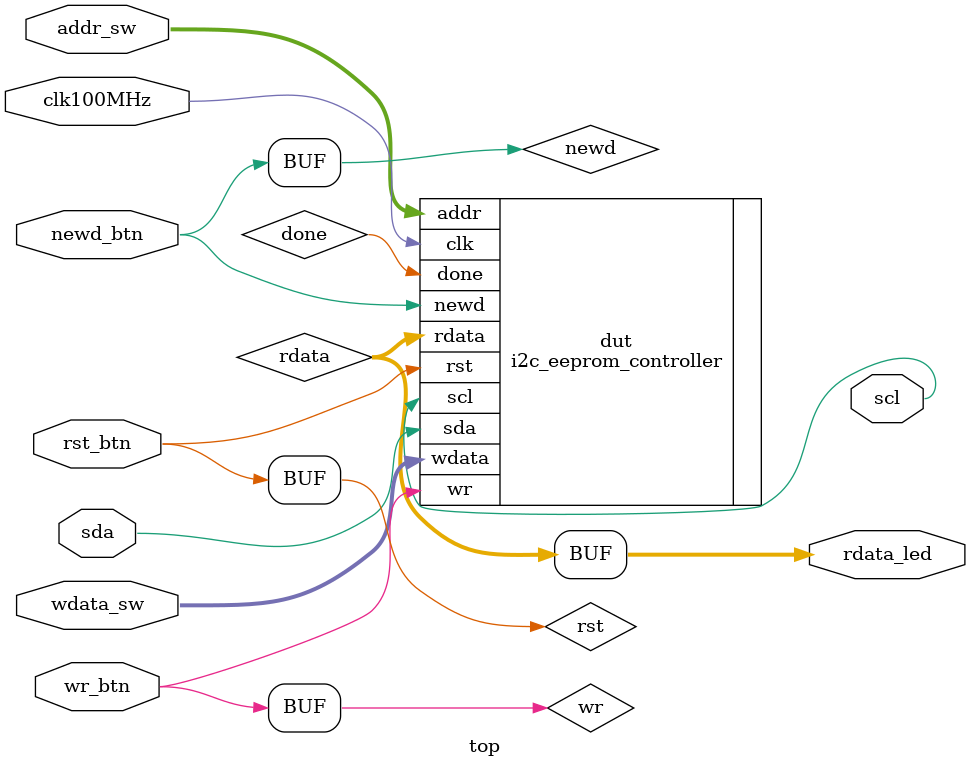
<source format=v>

module top (
  input clk100MHz,
  input rst_btn,
  input newd_btn,
  input wr_btn,
  input [7:0] wdata_sw,
  input [6:0] addr_sw,
  output [7:0] rdata_led,
  output scl,
  inout sda
);

  wire rst = rst_btn;
  wire newd = newd_btn;
  wire wr = wr_btn;

  wire [7:0] rdata;
  wire done;

  i2c_eeprom_controller #(
    .CLK_FREQ(100_000_000),
    .I2C_FREQ(100_000)
  ) dut (
    .clk(clk100MHz),
    .rst(rst),
    .newd(newd),
    .wr(wr),
    .wdata(wdata_sw),
    .addr(addr_sw),
    .rdata(rdata),
    .done(done),
    .scl(scl),
    .sda(sda)
  );

  assign rdata_led = rdata;

endmodule

</source>
